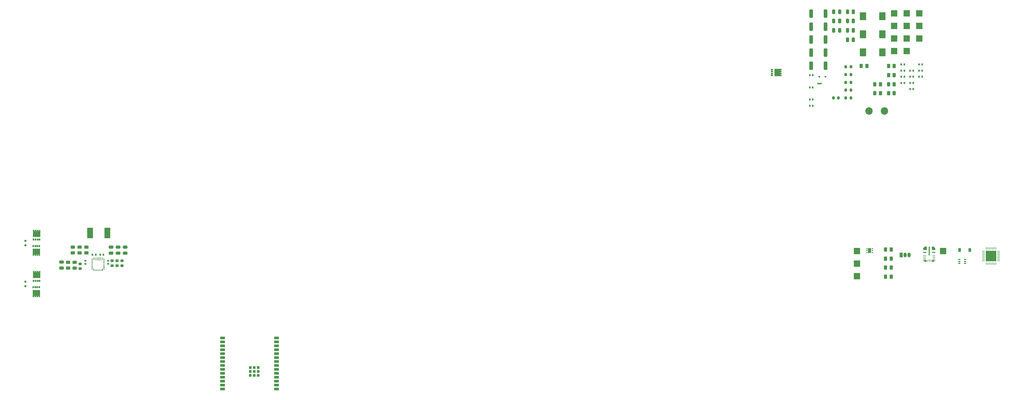
<source format=gbr>
%TF.GenerationSoftware,KiCad,Pcbnew,8.0.6*%
%TF.CreationDate,2025-01-24T16:12:18-05:00*%
%TF.ProjectId,SCAN,5343414e-2e6b-4696-9361-645f70636258,v1.0*%
%TF.SameCoordinates,Original*%
%TF.FileFunction,Copper,L1,Top*%
%TF.FilePolarity,Positive*%
%FSLAX46Y46*%
G04 Gerber Fmt 4.6, Leading zero omitted, Abs format (unit mm)*
G04 Created by KiCad (PCBNEW 8.0.6) date 2025-01-24 16:12:18*
%MOMM*%
%LPD*%
G01*
G04 APERTURE LIST*
G04 Aperture macros list*
%AMRoundRect*
0 Rectangle with rounded corners*
0 $1 Rounding radius*
0 $2 $3 $4 $5 $6 $7 $8 $9 X,Y pos of 4 corners*
0 Add a 4 corners polygon primitive as box body*
4,1,4,$2,$3,$4,$5,$6,$7,$8,$9,$2,$3,0*
0 Add four circle primitives for the rounded corners*
1,1,$1+$1,$2,$3*
1,1,$1+$1,$4,$5*
1,1,$1+$1,$6,$7*
1,1,$1+$1,$8,$9*
0 Add four rect primitives between the rounded corners*
20,1,$1+$1,$2,$3,$4,$5,0*
20,1,$1+$1,$4,$5,$6,$7,0*
20,1,$1+$1,$6,$7,$8,$9,0*
20,1,$1+$1,$8,$9,$2,$3,0*%
%AMFreePoly0*
4,1,17,1.371000,0.720000,0.950000,0.720000,0.950000,0.580000,1.370000,0.580000,1.370000,0.080000,0.950000,0.080000,0.950000,-0.080000,1.370000,-0.080000,1.370000,-0.580000,0.950000,-0.580000,0.950000,-0.720000,1.370000,-0.720000,1.370000,-1.225000,-0.950000,-1.225000,-0.950000,1.225000,1.371000,1.225000,1.371000,0.720000,1.371000,0.720000,$1*%
G04 Aperture macros list end*
%TA.AperFunction,EtchedComponent*%
%ADD10C,0.000000*%
%TD*%
%TA.AperFunction,SMDPad,CuDef*%
%ADD11R,2.000000X2.000000*%
%TD*%
%TA.AperFunction,SMDPad,CuDef*%
%ADD12RoundRect,0.250000X0.475000X-0.250000X0.475000X0.250000X-0.475000X0.250000X-0.475000X-0.250000X0*%
%TD*%
%TA.AperFunction,SMDPad,CuDef*%
%ADD13RoundRect,0.140000X-0.170000X0.140000X-0.170000X-0.140000X0.170000X-0.140000X0.170000X0.140000X0*%
%TD*%
%TA.AperFunction,ComponentPad*%
%ADD14R,1.050000X1.500000*%
%TD*%
%TA.AperFunction,ComponentPad*%
%ADD15O,1.050000X1.500000*%
%TD*%
%TA.AperFunction,SMDPad,CuDef*%
%ADD16RoundRect,0.250000X-0.362500X-1.075000X0.362500X-1.075000X0.362500X1.075000X-0.362500X1.075000X0*%
%TD*%
%TA.AperFunction,SMDPad,CuDef*%
%ADD17RoundRect,0.200000X-0.200000X-0.275000X0.200000X-0.275000X0.200000X0.275000X-0.200000X0.275000X0*%
%TD*%
%TA.AperFunction,SMDPad,CuDef*%
%ADD18RoundRect,0.140000X0.140000X0.170000X-0.140000X0.170000X-0.140000X-0.170000X0.140000X-0.170000X0*%
%TD*%
%TA.AperFunction,SMDPad,CuDef*%
%ADD19RoundRect,0.250000X-0.262500X-0.450000X0.262500X-0.450000X0.262500X0.450000X-0.262500X0.450000X0*%
%TD*%
%TA.AperFunction,SMDPad,CuDef*%
%ADD20R,0.249999X0.249999*%
%TD*%
%TA.AperFunction,SMDPad,CuDef*%
%ADD21R,1.074999X0.399999*%
%TD*%
%TA.AperFunction,SMDPad,CuDef*%
%ADD22R,0.825000X0.249999*%
%TD*%
%TA.AperFunction,SMDPad,CuDef*%
%ADD23R,0.249999X0.675000*%
%TD*%
%TA.AperFunction,SMDPad,CuDef*%
%ADD24R,0.249999X0.825000*%
%TD*%
%TA.AperFunction,SMDPad,CuDef*%
%ADD25R,0.349999X2.975000*%
%TD*%
%TA.AperFunction,SMDPad,CuDef*%
%ADD26RoundRect,0.125000X0.125000X-0.190000X0.125000X0.190000X-0.125000X0.190000X-0.125000X-0.190000X0*%
%TD*%
%TA.AperFunction,SMDPad,CuDef*%
%ADD27FreePoly0,90.000000*%
%TD*%
%TA.AperFunction,SMDPad,CuDef*%
%ADD28RoundRect,0.225000X0.250000X-0.225000X0.250000X0.225000X-0.250000X0.225000X-0.250000X-0.225000X0*%
%TD*%
%TA.AperFunction,SMDPad,CuDef*%
%ADD29RoundRect,0.250000X-0.250000X-0.475000X0.250000X-0.475000X0.250000X0.475000X-0.250000X0.475000X0*%
%TD*%
%TA.AperFunction,SMDPad,CuDef*%
%ADD30RoundRect,0.250000X0.450000X-0.262500X0.450000X0.262500X-0.450000X0.262500X-0.450000X-0.262500X0*%
%TD*%
%TA.AperFunction,SMDPad,CuDef*%
%ADD31RoundRect,0.135000X-0.135000X-0.185000X0.135000X-0.185000X0.135000X0.185000X-0.135000X0.185000X0*%
%TD*%
%TA.AperFunction,SMDPad,CuDef*%
%ADD32R,1.498600X0.889000*%
%TD*%
%TA.AperFunction,SMDPad,CuDef*%
%ADD33R,0.812800X0.812800*%
%TD*%
%TA.AperFunction,SMDPad,CuDef*%
%ADD34RoundRect,0.250000X-0.475000X0.250000X-0.475000X-0.250000X0.475000X-0.250000X0.475000X0.250000X0*%
%TD*%
%TA.AperFunction,SMDPad,CuDef*%
%ADD35RoundRect,0.225000X-0.225000X-0.375000X0.225000X-0.375000X0.225000X0.375000X-0.225000X0.375000X0*%
%TD*%
%TA.AperFunction,SMDPad,CuDef*%
%ADD36RoundRect,0.225000X-0.250000X0.225000X-0.250000X-0.225000X0.250000X-0.225000X0.250000X0.225000X0*%
%TD*%
%TA.AperFunction,SMDPad,CuDef*%
%ADD37RoundRect,0.140000X-0.140000X-0.170000X0.140000X-0.170000X0.140000X0.170000X-0.140000X0.170000X0*%
%TD*%
%TA.AperFunction,SMDPad,CuDef*%
%ADD38RoundRect,0.135000X-0.185000X0.135000X-0.185000X-0.135000X0.185000X-0.135000X0.185000X0.135000X0*%
%TD*%
%TA.AperFunction,SMDPad,CuDef*%
%ADD39RoundRect,0.250000X-0.787500X-1.025000X0.787500X-1.025000X0.787500X1.025000X-0.787500X1.025000X0*%
%TD*%
%TA.AperFunction,ComponentPad*%
%ADD40C,2.400000*%
%TD*%
%TA.AperFunction,SMDPad,CuDef*%
%ADD41R,1.850000X3.400000*%
%TD*%
%TA.AperFunction,SMDPad,CuDef*%
%ADD42C,0.500000*%
%TD*%
%TA.AperFunction,SMDPad,CuDef*%
%ADD43RoundRect,0.250000X-0.450000X0.262500X-0.450000X-0.262500X0.450000X-0.262500X0.450000X0.262500X0*%
%TD*%
%TA.AperFunction,SMDPad,CuDef*%
%ADD44C,0.191587*%
%TD*%
%TA.AperFunction,SMDPad,CuDef*%
%ADD45R,0.599999X0.200000*%
%TD*%
%TA.AperFunction,SMDPad,CuDef*%
%ADD46C,0.157503*%
%TD*%
%TA.AperFunction,SMDPad,CuDef*%
%ADD47R,0.200000X0.599999*%
%TD*%
%TA.AperFunction,SMDPad,CuDef*%
%ADD48C,0.175011*%
%TD*%
%TA.AperFunction,SMDPad,CuDef*%
%ADD49R,0.700001X0.200000*%
%TD*%
%TA.AperFunction,SMDPad,CuDef*%
%ADD50R,0.650001X0.200000*%
%TD*%
%TA.AperFunction,SMDPad,CuDef*%
%ADD51R,0.680001X0.200000*%
%TD*%
%TA.AperFunction,SMDPad,CuDef*%
%ADD52R,0.200000X1.000000*%
%TD*%
%TA.AperFunction,SMDPad,CuDef*%
%ADD53R,0.200000X0.950001*%
%TD*%
%TA.AperFunction,SMDPad,CuDef*%
%ADD54RoundRect,0.150000X-0.200000X0.150000X-0.200000X-0.150000X0.200000X-0.150000X0.200000X0.150000X0*%
%TD*%
%TA.AperFunction,SMDPad,CuDef*%
%ADD55RoundRect,0.062500X-0.337500X-0.062500X0.337500X-0.062500X0.337500X0.062500X-0.337500X0.062500X0*%
%TD*%
%TA.AperFunction,SMDPad,CuDef*%
%ADD56RoundRect,0.062500X-0.062500X-0.337500X0.062500X-0.337500X0.062500X0.337500X-0.062500X0.337500X0*%
%TD*%
%TA.AperFunction,HeatsinkPad*%
%ADD57R,3.350000X3.350000*%
%TD*%
%TA.AperFunction,SMDPad,CuDef*%
%ADD58RoundRect,0.112500X-0.187500X-0.112500X0.187500X-0.112500X0.187500X0.112500X-0.187500X0.112500X0*%
%TD*%
%TA.AperFunction,SMDPad,CuDef*%
%ADD59RoundRect,0.125000X-0.125000X0.190000X-0.125000X-0.190000X0.125000X-0.190000X0.125000X0.190000X0*%
%TD*%
%TA.AperFunction,SMDPad,CuDef*%
%ADD60FreePoly0,270.000000*%
%TD*%
%TA.AperFunction,SMDPad,CuDef*%
%ADD61RoundRect,0.100000X-0.225000X-0.100000X0.225000X-0.100000X0.225000X0.100000X-0.225000X0.100000X0*%
%TD*%
%TA.AperFunction,SMDPad,CuDef*%
%ADD62RoundRect,0.125000X-0.190000X-0.125000X0.190000X-0.125000X0.190000X0.125000X-0.190000X0.125000X0*%
%TD*%
%TA.AperFunction,SMDPad,CuDef*%
%ADD63FreePoly0,0.000000*%
%TD*%
%TA.AperFunction,SMDPad,CuDef*%
%ADD64RoundRect,0.093750X-0.093750X-0.106250X0.093750X-0.106250X0.093750X0.106250X-0.093750X0.106250X0*%
%TD*%
%TA.AperFunction,HeatsinkPad*%
%ADD65R,1.000000X1.600000*%
%TD*%
G04 APERTURE END LIST*
D10*
%TA.AperFunction,EtchedComponent*%
%TO.C,U3*%
G36*
X359250800Y-104950800D02*
G01*
X359250800Y-105950798D01*
X359200800Y-106000798D01*
X358150800Y-106000798D01*
X358100800Y-105950798D01*
X358100800Y-105300799D01*
X358150800Y-105250799D01*
X358400799Y-105250799D01*
X358450799Y-105200799D01*
X358450799Y-104950800D01*
X358500799Y-104900800D01*
X359200800Y-104900800D01*
X359250800Y-104950800D01*
G37*
%TD.AperFunction*%
%TA.AperFunction,EtchedComponent*%
G36*
X359200800Y-109300799D02*
G01*
X359200800Y-109750798D01*
X359150800Y-109800798D01*
X358500799Y-109800798D01*
X358450799Y-109750798D01*
X358450799Y-109500798D01*
X358400799Y-109450798D01*
X358150800Y-109450798D01*
X358100800Y-109400798D01*
X358100800Y-109300799D01*
X358150800Y-109250799D01*
X359150800Y-109250799D01*
X359200800Y-109300799D01*
G37*
%TD.AperFunction*%
%TA.AperFunction,EtchedComponent*%
G36*
X361650803Y-104950800D02*
G01*
X361650803Y-105200799D01*
X361700803Y-105250799D01*
X361950802Y-105250799D01*
X362000802Y-105300799D01*
X362000802Y-105950798D01*
X361950802Y-106000798D01*
X360900802Y-106000798D01*
X360850802Y-105950798D01*
X360850802Y-104950800D01*
X360900802Y-104900800D01*
X361600803Y-104900800D01*
X361650803Y-104950800D01*
G37*
%TD.AperFunction*%
%TA.AperFunction,EtchedComponent*%
G36*
X362000802Y-109300799D02*
G01*
X362000802Y-109400798D01*
X361950802Y-109450798D01*
X361700803Y-109450798D01*
X361650803Y-109500798D01*
X361650803Y-109750798D01*
X361600803Y-109800798D01*
X360950802Y-109800798D01*
X360900802Y-109750798D01*
X360900802Y-109300799D01*
X360950802Y-109250799D01*
X361950802Y-109250799D01*
X362000802Y-109300799D01*
G37*
%TD.AperFunction*%
%TA.AperFunction,EtchedComponent*%
%TO.C,NT1*%
G36*
X325085000Y-52455000D02*
G01*
X324085000Y-52455000D01*
X324085000Y-51955000D01*
X325085000Y-51955000D01*
X325085000Y-52455000D01*
G37*
%TD.AperFunction*%
%TA.AperFunction,EtchedComponent*%
%TO.C,U7*%
G36*
X90050003Y-108450000D02*
G01*
X90050000Y-109050002D01*
X90000000Y-109100004D01*
X89149999Y-109100001D01*
X89100002Y-109050002D01*
X89100002Y-108950002D01*
X89150002Y-108900002D01*
X89850000Y-108900002D01*
X89850000Y-108450000D01*
X89900000Y-108400000D01*
X90000000Y-108400000D01*
X90050003Y-108450000D01*
G37*
%TD.AperFunction*%
%TA.AperFunction,EtchedComponent*%
G36*
X90000000Y-112150000D02*
G01*
X90000000Y-112750002D01*
X89950000Y-112800002D01*
X89850000Y-112800002D01*
X89800000Y-112750002D01*
X89800000Y-112300000D01*
X89150002Y-112300000D01*
X89100002Y-112250000D01*
X89100002Y-112150000D01*
X89149999Y-112100001D01*
X89950000Y-112100001D01*
X90000000Y-112150000D01*
G37*
%TD.AperFunction*%
%TA.AperFunction,EtchedComponent*%
G36*
X92750000Y-108450000D02*
G01*
X92750000Y-108900002D01*
X93449998Y-108900002D01*
X93499998Y-108950002D01*
X93499998Y-109050002D01*
X93450001Y-109100001D01*
X92600000Y-109100004D01*
X92550000Y-109050002D01*
X92549997Y-108450000D01*
X92600000Y-108400000D01*
X92700000Y-108400000D01*
X92750000Y-108450000D01*
G37*
%TD.AperFunction*%
%TA.AperFunction,EtchedComponent*%
G36*
X93450001Y-112100001D02*
G01*
X93499998Y-112150000D01*
X93499998Y-112250000D01*
X93449998Y-112300000D01*
X92800000Y-112300000D01*
X92800000Y-112750002D01*
X92750000Y-112799999D01*
X92650000Y-112800002D01*
X92599997Y-112750002D01*
X92600000Y-112150000D01*
X92650000Y-112099998D01*
X93450001Y-112100001D01*
G37*
%TD.AperFunction*%
%TD*%
D11*
%TO.P,TP14,1,1*%
%TO.N,1.8V_VCCD*%
X336675000Y-114475000D03*
%TD*%
%TO.P,TP6,1,1*%
%TO.N,/Power Management/VAC2*%
X352740000Y-33530000D03*
%TD*%
D12*
%TO.P,C79,1*%
%TO.N,/Power Management/VBUS*%
X79500000Y-111842500D03*
%TO.P,C79,2*%
%TO.N,PGND*%
X79500000Y-109942500D03*
%TD*%
D13*
%TO.P,C32,1*%
%TO.N,/Power Management/BAT*%
X94500000Y-109500000D03*
%TO.P,C32,2*%
%TO.N,PGND*%
X94500000Y-110460000D03*
%TD*%
D11*
%TO.P,TP15,1,1*%
%TO.N,/Power Management/BAT_IN*%
X356790000Y-37580000D03*
%TD*%
%TO.P,TP3,1,1*%
%TO.N,/Power Management/PMID*%
X348690000Y-37580000D03*
%TD*%
D14*
%TO.P,Q1,1,E*%
%TO.N,GND*%
X351025000Y-107605000D03*
D15*
%TO.P,Q1,2,B*%
%TO.N,Net-(Q1-B)*%
X352295000Y-107605000D03*
%TO.P,Q1,3,C*%
%TO.N,Net-(Q1-C)*%
X353565000Y-107605000D03*
%TD*%
D16*
%TO.P,R5,1*%
%TO.N,/Power Management/PMID*%
X321857500Y-29560000D03*
%TO.P,R5,2*%
%TO.N,/Logic Power/POWER_IN*%
X326482500Y-29560000D03*
%TD*%
D17*
%TO.P,R3,1*%
%TO.N,/Power Management/REGN*%
X329055000Y-56810000D03*
%TO.P,R3,2*%
%TO.N,/Power Management/ILIM_HIZ*%
X330705000Y-56810000D03*
%TD*%
D18*
%TO.P,C12,1*%
%TO.N,/Power Management/SYS*%
X92990000Y-107500000D03*
%TO.P,C12,2*%
%TO.N,PGND*%
X92030000Y-107500000D03*
%TD*%
D19*
%TO.P,R57,1*%
%TO.N,3.3V_SYS*%
X345922500Y-111725000D03*
%TO.P,R57,2*%
%TO.N,/CHIP_PU*%
X347747500Y-111725000D03*
%TD*%
D20*
%TO.P,U3,1,PGND2*%
%TO.N,GND*%
X358675800Y-105450801D03*
D21*
%TO.P,U3,2,VIN2*%
%TO.N,/Logic Power/POWER_IN*%
X358637802Y-106800801D03*
D22*
%TO.P,U3,3,RBOOT*%
%TO.N,Net-(U3-CBOOT)*%
X358512801Y-107875800D03*
%TO.P,U3,4,CBOOT*%
X358512801Y-108375799D03*
%TO.P,U3,5,BIAS*%
%TO.N,3.3V_SYS*%
X358512801Y-108875801D03*
D20*
%TO.P,U3,6,VCC*%
%TO.N,Net-(U3-RT)*%
X358650801Y-109525799D03*
D23*
%TO.P,U3,7,FB*%
%TO.N,Net-(U3-FB)*%
X359550802Y-109463801D03*
D24*
%TO.P,U3,8,AGND*%
%TO.N,GND*%
X360050801Y-109388799D03*
D23*
%TO.P,U3,9,RT*%
%TO.N,Net-(U3-RT)*%
X360550800Y-109463801D03*
D20*
%TO.P,U3,10,~{RESET}*%
%TO.N,Net-(U3-~{RESET})*%
X361450801Y-109525799D03*
D22*
%TO.P,U3,11,SPSP*%
%TO.N,Net-(U3-RT)*%
X361588801Y-108875801D03*
%TO.P,U3,12,SYNC/MODE*%
%TO.N,GND*%
X361588801Y-108375799D03*
%TO.P,U3,13,EN*%
%TO.N,/Logic Power/POWER_IN*%
X361588801Y-107875800D03*
D21*
%TO.P,U3,14,VIN1*%
X361463800Y-106800801D03*
D20*
%TO.P,U3,15,PGND1*%
%TO.N,GND*%
X361425802Y-105450801D03*
D25*
%TO.P,U3,16,SW*%
%TO.N,Net-(U3-SW)*%
X360050801Y-106387800D03*
%TD*%
D26*
%TO.P,Q8,1,S*%
%TO.N,Net-(D1-A)*%
X70420000Y-115995000D03*
%TO.P,Q8,2,S*%
X71060000Y-115995000D03*
%TO.P,Q8,3,S*%
X71720000Y-115995000D03*
%TO.P,Q8,4,G*%
%TO.N,Net-(D1-K)*%
X72360000Y-115995000D03*
D27*
%TO.P,Q8,5,D*%
%TO.N,/Power Management/VAC2*%
X71390000Y-114170000D03*
%TD*%
D26*
%TO.P,Q2,1,S*%
%TO.N,Net-(D12-A)*%
X70420000Y-102635000D03*
%TO.P,Q2,2,S*%
X71060000Y-102635000D03*
%TO.P,Q2,3,S*%
X71720000Y-102635000D03*
%TO.P,Q2,4,G*%
%TO.N,Net-(D12-K)*%
X72360000Y-102635000D03*
D27*
%TO.P,Q2,5,D*%
%TO.N,/Power Management/VAC1*%
X71390000Y-100810000D03*
%TD*%
D28*
%TO.P,C5,1*%
%TO.N,/Power Management/REGN*%
X85500000Y-112050000D03*
%TO.P,C5,2*%
%TO.N,PGND*%
X85500000Y-110500000D03*
%TD*%
D29*
%TO.P,C7,1*%
%TO.N,/Power Management/PMID*%
X329150000Y-28960000D03*
%TO.P,C7,2*%
%TO.N,PGND*%
X331050000Y-28960000D03*
%TD*%
%TO.P,C16,1*%
%TO.N,/Power Management/SYS*%
X333600000Y-28960000D03*
%TO.P,C16,2*%
%TO.N,PGND*%
X335500000Y-28960000D03*
%TD*%
D11*
%TO.P,TP9,1,1*%
%TO.N,/CHGR_VOUT*%
X352740000Y-41630000D03*
%TD*%
D30*
%TO.P,C81,1*%
%TO.N,/Power Management/VBUS*%
X83656666Y-111825000D03*
%TO.P,C81,2*%
%TO.N,PGND*%
X83656666Y-110000000D03*
%TD*%
D16*
%TO.P,R12,1*%
%TO.N,/Power Management/PV_IN*%
X321857500Y-33770000D03*
%TO.P,R12,2*%
%TO.N,/Power Management/VAC2*%
X326482500Y-33770000D03*
%TD*%
D19*
%TO.P,R56,1*%
%TO.N,3.3V_SYS*%
X345922500Y-108775000D03*
%TO.P,R56,2*%
%TO.N,/I2C_SCL*%
X347747500Y-108775000D03*
%TD*%
D31*
%TO.P,C22,1*%
%TO.N,/Power Management/ACDRV2*%
X350950000Y-51970000D03*
%TO.P,C22,2*%
%TO.N,AGND*%
X351970000Y-51970000D03*
%TD*%
D11*
%TO.P,TP1,1,1*%
%TO.N,/VDC*%
X348690000Y-29480000D03*
%TD*%
D32*
%TO.P,U1,1,GND*%
%TO.N,GND*%
X149000000Y-151000000D03*
%TO.P,U1,2,3V3*%
%TO.N,3.3V_SYS*%
X149000000Y-149730000D03*
%TO.P,U1,3,EN*%
%TO.N,/CHIP_PU*%
X149000000Y-148460000D03*
%TO.P,U1,4,GPIO4*%
%TO.N,/PD_GPIO*%
X149000000Y-147190000D03*
%TO.P,U1,5,GPIO5*%
%TO.N,/PD_INT*%
X149000000Y-145920000D03*
%TO.P,U1,6,GPIO6*%
%TO.N,AGND*%
X149000000Y-144650000D03*
%TO.P,U1,7,GPIO7*%
%TO.N,/SPI_MOSI*%
X149000000Y-143380000D03*
%TO.P,U1,8,GPIO0*%
%TO.N,/I2C_SCL*%
X149000000Y-142110000D03*
%TO.P,U1,9,GPIO1*%
%TO.N,/I2C_SDA*%
X149000000Y-140840000D03*
%TO.P,U1,10,GPIO8*%
%TO.N,/RST*%
X149000000Y-139570000D03*
%TO.P,U1,11,GPIO10*%
%TO.N,/SPI_CLK*%
X149000000Y-138300000D03*
%TO.P,U1,12,GPIO11*%
%TO.N,/BUZZER_PWM*%
X149000000Y-137030000D03*
%TO.P,U1,13,GPIO12*%
%TO.N,/UART_TXD*%
X149000000Y-135760000D03*
%TO.P,U1,14,GPIO13*%
%TO.N,/UART_RXD*%
X149000000Y-134490000D03*
%TO.P,U1,15,GPIO9*%
%TO.N,/BOOT*%
X131500000Y-134490000D03*
%TO.P,U1,16,GPIO18*%
%TO.N,/TFT_CS*%
X131500000Y-135760000D03*
%TO.P,U1,17,GPIO19*%
%TO.N,/NFC_INT*%
X131500000Y-137030000D03*
%TO.P,U1,18,GPIO20*%
%TO.N,/PN532_CS*%
X131500000Y-138300000D03*
%TO.P,U1,19,GPIO21*%
%TO.N,/LED_RED*%
X131500000Y-139570000D03*
%TO.P,U1,20,GPIO22*%
%TO.N,/LED_GREEN*%
X131500000Y-140840000D03*
%TO.P,U1,21,GPIO23*%
%TO.N,/PIR_OUT*%
X131500000Y-142110000D03*
%TO.P,U1,22,NC*%
%TO.N,unconnected-(U1-NC-Pad22)*%
X131500000Y-143380000D03*
%TO.P,U1,23,GPIO15*%
%TO.N,/TFT_DC*%
X131500000Y-144650000D03*
%TO.P,U1,24,GPIO17*%
%TO.N,/BLK*%
X131500000Y-145920000D03*
%TO.P,U1,25,GPIO16*%
%TO.N,/GPIO16_BREAKOUT*%
X131500000Y-147190000D03*
%TO.P,U1,26,GPIO3*%
%TO.N,/KEYPAD_INT*%
X131500000Y-148460000D03*
%TO.P,U1,27,GPIO2*%
%TO.N,/SPI_MISO*%
X131500000Y-149730000D03*
%TO.P,U1,28*%
%TO.N,N/C*%
X131500000Y-151000000D03*
D33*
%TO.P,U1,29*%
X141755000Y-145280000D03*
%TO.P,U1,30*%
X143005000Y-146530000D03*
%TO.P,U1,31*%
X143005000Y-145280000D03*
%TO.P,U1,32*%
X143005000Y-144030000D03*
%TO.P,U1,33*%
X141755000Y-144030000D03*
%TO.P,U1,34*%
X140505000Y-144030000D03*
%TO.P,U1,35*%
X140505000Y-145280000D03*
%TO.P,U1,36*%
X140505000Y-146530000D03*
%TO.P,U1,37*%
X141755000Y-146530000D03*
%TD*%
D11*
%TO.P,TP8,1,1*%
%TO.N,/Logic Power/POWER_IN*%
X364575000Y-106375000D03*
%TD*%
D31*
%TO.P,R10,1*%
%TO.N,/Power Management/REGN*%
X353860000Y-53960000D03*
%TO.P,R10,2*%
%TO.N,/Power Management/TS*%
X354880000Y-53960000D03*
%TD*%
%TO.P,R60,1*%
%TO.N,Net-(D12-A)*%
X356770000Y-49980000D03*
%TO.P,R60,2*%
%TO.N,Net-(D12-K)*%
X357790000Y-49980000D03*
%TD*%
D34*
%TO.P,C13,1*%
%TO.N,/Power Management/SYS*%
X95500000Y-105100000D03*
%TO.P,C13,2*%
%TO.N,PGND*%
X95500000Y-107000000D03*
%TD*%
D31*
%TO.P,R13,1*%
%TO.N,Net-(D1-A)*%
X356770000Y-46000000D03*
%TO.P,R13,2*%
%TO.N,Net-(D1-K)*%
X357790000Y-46000000D03*
%TD*%
%TO.P,C87,1*%
%TO.N,/Power Management/VAC1*%
X353860000Y-49980000D03*
%TO.P,C87,2*%
%TO.N,AGND*%
X354880000Y-49980000D03*
%TD*%
D35*
%TO.P,D8,1,K*%
%TO.N,/RST*%
X369870000Y-106025000D03*
%TO.P,D8,2,A*%
%TO.N,3.3V_SYS*%
X373170000Y-106025000D03*
%TD*%
D19*
%TO.P,C84,1*%
%TO.N,/VDC*%
X342477500Y-52380000D03*
%TO.P,C84,2*%
%TO.N,PGND*%
X344302500Y-52380000D03*
%TD*%
D11*
%TO.P,TP12,1,1*%
%TO.N,/VDC*%
X336675000Y-110425000D03*
%TD*%
D16*
%TO.P,R16,1*%
%TO.N,/Power Management/SYS*%
X321857500Y-37980000D03*
%TO.P,R16,2*%
%TO.N,/CHGR_VOUT*%
X326482500Y-37980000D03*
%TD*%
D11*
%TO.P,TP7,1,1*%
%TO.N,/Power Management/SYS*%
X352740000Y-37580000D03*
%TD*%
D36*
%TO.P,C26,1*%
%TO.N,/Power Management/BAT*%
X97410000Y-109500000D03*
%TO.P,C26,2*%
%TO.N,PGND*%
X97410000Y-111050000D03*
%TD*%
D19*
%TO.P,R62,1*%
%TO.N,3.3V_SYS*%
X346887500Y-52380000D03*
%TO.P,R62,2*%
%TO.N,AGND*%
X348712500Y-52380000D03*
%TD*%
D37*
%TO.P,C34,1*%
%TO.N,/Power Management/BATP*%
X321420000Y-57370000D03*
%TO.P,C34,2*%
%TO.N,PGND*%
X322380000Y-57370000D03*
%TD*%
D11*
%TO.P,TP2,1,1*%
%TO.N,/Power Management/VAC1*%
X348690000Y-33530000D03*
%TD*%
D29*
%TO.P,C8,1*%
%TO.N,/Power Management/PMID*%
X329150000Y-31970000D03*
%TO.P,C8,2*%
%TO.N,PGND*%
X331050000Y-31970000D03*
%TD*%
D16*
%TO.P,R59,1*%
%TO.N,/VDC*%
X321857500Y-46400000D03*
%TO.P,R59,2*%
%TO.N,/Power Management/VAC1*%
X326482500Y-46400000D03*
%TD*%
D19*
%TO.P,R25,1*%
%TO.N,3.3V_SYS*%
X345922500Y-105825000D03*
%TO.P,R25,2*%
%TO.N,/I2C_SDA*%
X347747500Y-105825000D03*
%TD*%
D11*
%TO.P,TP5,1,1*%
%TO.N,/Power Management/PV_IN*%
X352740000Y-29480000D03*
%TD*%
D38*
%TO.P,C82,1*%
%TO.N,/Power Management/VBUS*%
X87147500Y-109480000D03*
%TO.P,C82,2*%
%TO.N,PGND*%
X87147500Y-110500000D03*
%TD*%
D11*
%TO.P,TP11,1,1*%
%TO.N,/SAFE_PWR*%
X336675000Y-106375000D03*
%TD*%
D16*
%TO.P,R17,1*%
%TO.N,Net-(Q10-D)*%
X321857500Y-42190000D03*
%TO.P,R17,2*%
%TO.N,/Power Management/BAT_IN*%
X326482500Y-42190000D03*
%TD*%
D11*
%TO.P,TP13,1,1*%
%TO.N,/Power Management/REGN*%
X356790000Y-33530000D03*
%TD*%
D39*
%TO.P,C19,1*%
%TO.N,/Power Management/SYS*%
X338632500Y-42080000D03*
%TO.P,C19,2*%
%TO.N,PGND*%
X344857500Y-42080000D03*
%TD*%
D29*
%TO.P,C18,1*%
%TO.N,/Power Management/SYS*%
X333600000Y-34980000D03*
%TO.P,C18,2*%
%TO.N,PGND*%
X335500000Y-34980000D03*
%TD*%
D40*
%TO.P,TH1,1*%
%TO.N,/Power Management/TS*%
X340550000Y-61080000D03*
%TO.P,TH1,2*%
%TO.N,AGND*%
X345550000Y-61080000D03*
%TD*%
D39*
%TO.P,C4,1*%
%TO.N,/Power Management/PMID*%
X338632500Y-36230000D03*
%TO.P,C4,2*%
%TO.N,PGND*%
X344857500Y-36230000D03*
%TD*%
D29*
%TO.P,C17,1*%
%TO.N,/Power Management/SYS*%
X333600000Y-31970000D03*
%TO.P,C17,2*%
%TO.N,PGND*%
X335500000Y-31970000D03*
%TD*%
D31*
%TO.P,R30,1*%
%TO.N,/Power Management/TS*%
X356770000Y-47990000D03*
%TO.P,R30,2*%
%TO.N,AGND*%
X357790000Y-47990000D03*
%TD*%
D41*
%TO.P,L1,1,1*%
%TO.N,/Power Management/SW1*%
X88725000Y-100500000D03*
%TO.P,L1,2,2*%
%TO.N,/Power Management/SW2*%
X94275000Y-100500000D03*
%TD*%
D42*
%TO.P,NT1,1,1*%
%TO.N,PGND*%
X324085000Y-52205000D03*
%TO.P,NT1,2,2*%
%TO.N,AGND*%
X325085000Y-52205000D03*
%TD*%
D43*
%TO.P,C33,1*%
%TO.N,/Power Management/PMID*%
X83100000Y-105117500D03*
%TO.P,C33,2*%
%TO.N,PGND*%
X83100000Y-106942500D03*
%TD*%
D19*
%TO.P,C10,1*%
%TO.N,/Power Management/PV_IN*%
X338067500Y-46480000D03*
%TO.P,C10,2*%
%TO.N,PGND*%
X339892500Y-46480000D03*
%TD*%
D44*
%TO.P,U7,1,STAT*%
%TO.N,/Power Management/STAT*%
X89931255Y-108968752D03*
D45*
%TO.P,U7,2,VBUS*%
%TO.N,/Power Management/VBUS*%
X89400001Y-109400001D03*
%TO.P,U7,3,VBUS*%
X89400001Y-109800000D03*
%TO.P,U7,4,BTST1*%
%TO.N,/Power Management/BTST1*%
X89400001Y-110200002D03*
%TO.P,U7,5,REGN*%
%TO.N,/Power Management/REGN*%
X89400001Y-110600001D03*
%TO.P,U7,6,D+*%
%TO.N,unconnected-(U7-D+-Pad6)*%
X89400001Y-111000000D03*
%TO.P,U7,7,D-*%
%TO.N,unconnected-(U7-D--Pad7)*%
X89400001Y-111400002D03*
%TO.P,U7,8,VAC2*%
%TO.N,/Power Management/VAC2*%
X89400001Y-111800001D03*
D46*
%TO.P,U7,9,VAC1*%
%TO.N,/Power Management/VAC1*%
X89887501Y-112362502D03*
D47*
%TO.P,U7,10,ACDRV2*%
%TO.N,/Power Management/ACDRV2*%
X90299999Y-112500000D03*
%TO.P,U7,11,ACDRV1*%
%TO.N,/Power Management/ACDRV1*%
X90700001Y-112500000D03*
%TO.P,U7,12,QON_N*%
%TO.N,unconnected-(U7-QON_N-Pad12)*%
X91100000Y-112500000D03*
%TO.P,U7,13,CE_N*%
%TO.N,AGND*%
X91500000Y-112500000D03*
%TO.P,U7,14,SCL*%
%TO.N,/I2C_SCL*%
X91899999Y-112500000D03*
%TO.P,U7,15,SDA*%
%TO.N,/I2C_SDA*%
X92300001Y-112500000D03*
D48*
%TO.P,U7,16,TS*%
%TO.N,/Power Management/TS*%
X92731249Y-112231250D03*
D49*
%TO.P,U7,17,ILIM_HIZ*%
%TO.N,/Power Management/ILIM_HIZ*%
X93149999Y-111800001D03*
D50*
%TO.P,U7,18,BATP*%
%TO.N,/Power Management/BATP*%
X93175000Y-111399999D03*
D51*
%TO.P,U7,19,BTST2*%
%TO.N,/Power Management/BTST2*%
X93159999Y-111000000D03*
D45*
%TO.P,U7,20,PROG*%
%TO.N,/Power Management/PROG*%
X93199999Y-110600001D03*
%TO.P,U7,21,INT_N*%
%TO.N,AGND*%
X93199999Y-110200002D03*
%TO.P,U7,22,BAT*%
%TO.N,/Power Management/BAT*%
X93199999Y-109800000D03*
%TO.P,U7,23,BAT*%
X93199999Y-109400001D03*
D48*
%TO.P,U7,24,SDRV*%
%TO.N,/Power Management/SDRV*%
X92681249Y-108968752D03*
D52*
%TO.P,U7,25,SYS*%
%TO.N,/Power Management/SYS*%
X92200001Y-108900002D03*
%TO.P,U7,26,SW2*%
%TO.N,/Power Management/SW2*%
X91749999Y-108900002D03*
%TO.P,U7,27,GND*%
%TO.N,PGND*%
X91300000Y-108900002D03*
%TO.P,U7,28,SW1*%
%TO.N,/Power Management/SW1*%
X90850001Y-108900002D03*
D53*
%TO.P,U7,29,PMID*%
%TO.N,/Power Management/PMID*%
X90399999Y-108875001D03*
%TD*%
D19*
%TO.P,R24,1*%
%TO.N,/VDC*%
X346887500Y-49430000D03*
%TO.P,R24,2*%
%TO.N,Net-(C83-Pad1)*%
X348712500Y-49430000D03*
%TD*%
D17*
%TO.P,R4,1*%
%TO.N,/Power Management/ILIM_HIZ*%
X333065000Y-46770000D03*
%TO.P,R4,2*%
%TO.N,AGND*%
X334715000Y-46770000D03*
%TD*%
D54*
%TO.P,D12,1,K*%
%TO.N,Net-(D12-K)*%
X67800000Y-104450000D03*
%TO.P,D12,2,A*%
%TO.N,Net-(D12-A)*%
X67800000Y-103050000D03*
%TD*%
D31*
%TO.P,C11,1*%
%TO.N,Net-(D1-A)*%
X350950000Y-46000000D03*
%TO.P,C11,2*%
%TO.N,Net-(D1-K)*%
X351970000Y-46000000D03*
%TD*%
D29*
%TO.P,C9,1*%
%TO.N,Net-(C9-Pad1)*%
X329150000Y-34980000D03*
%TO.P,C9,2*%
%TO.N,PGND*%
X331050000Y-34980000D03*
%TD*%
D31*
%TO.P,C21,1*%
%TO.N,/Power Management/VAC2*%
X350950000Y-49980000D03*
%TO.P,C21,2*%
%TO.N,AGND*%
X351970000Y-49980000D03*
%TD*%
D36*
%TO.P,C29,1*%
%TO.N,/Power Management/BAT*%
X99000000Y-109500000D03*
%TO.P,C29,2*%
%TO.N,PGND*%
X99000000Y-111050000D03*
%TD*%
D29*
%TO.P,C78,1*%
%TO.N,/Power Management/VBUS*%
X333600000Y-37990000D03*
%TO.P,C78,2*%
%TO.N,PGND*%
X335500000Y-37990000D03*
%TD*%
D17*
%TO.P,R9,1*%
%TO.N,/Power Management/BATP*%
X333065000Y-51790000D03*
%TO.P,R9,2*%
%TO.N,Net-(Q10-D)*%
X334715000Y-51790000D03*
%TD*%
D11*
%TO.P,TP10,1,1*%
%TO.N,Net-(Q10-D)*%
X356790000Y-29480000D03*
%TD*%
D55*
%TO.P,U10,1,~{DCD}*%
%TO.N,unconnected-(U10-~{DCD}-Pad1)*%
X377565000Y-106475000D03*
%TO.P,U10,2,~{RI}/CLK*%
%TO.N,unconnected-(U10-~{RI}{slash}CLK-Pad2)*%
X377565000Y-106975000D03*
%TO.P,U10,3,GND*%
%TO.N,GND*%
X377565000Y-107475000D03*
%TO.P,U10,4,D+*%
%TO.N,/USB_D+*%
X377565000Y-107975000D03*
%TO.P,U10,5,D-*%
%TO.N,/USB_D-*%
X377565000Y-108475000D03*
%TO.P,U10,6,VDD*%
%TO.N,3.3V_SYS*%
X377565000Y-108975000D03*
%TO.P,U10,7,VREGIN*%
X377565000Y-109475000D03*
D56*
%TO.P,U10,8,VBUS*%
X378515000Y-110425000D03*
%TO.P,U10,9,~{RST}*%
%TO.N,Net-(U10-~{RST})*%
X379015000Y-110425000D03*
%TO.P,U10,10,NC*%
%TO.N,unconnected-(U10-NC-Pad10)*%
X379515000Y-110425000D03*
%TO.P,U10,11,~{SUSPEND}*%
%TO.N,Net-(U10-~{SUSPEND})*%
X380015000Y-110425000D03*
%TO.P,U10,12,SUSPEND*%
%TO.N,unconnected-(U10-SUSPEND-Pad12)*%
X380515000Y-110425000D03*
%TO.P,U10,13,CHREN*%
%TO.N,unconnected-(U10-CHREN-Pad13)*%
X381015000Y-110425000D03*
%TO.P,U10,14,CHR1*%
%TO.N,unconnected-(U10-CHR1-Pad14)*%
X381515000Y-110425000D03*
D55*
%TO.P,U10,15,CHR0*%
%TO.N,unconnected-(U10-CHR0-Pad15)*%
X382465000Y-109475000D03*
%TO.P,U10,16,~{WAKEUP}/GPIO.3*%
%TO.N,unconnected-(U10-~{WAKEUP}{slash}GPIO.3-Pad16)*%
X382465000Y-108975000D03*
%TO.P,U10,17,RS485/GPIO.2*%
%TO.N,unconnected-(U10-RS485{slash}GPIO.2-Pad17)*%
X382465000Y-108475000D03*
%TO.P,U10,18,~{RXT}/GPIO.1*%
%TO.N,unconnected-(U10-~{RXT}{slash}GPIO.1-Pad18)*%
X382465000Y-107975000D03*
%TO.P,U10,19,~{TXT}/GPIO.0*%
%TO.N,unconnected-(U10-~{TXT}{slash}GPIO.0-Pad19)*%
X382465000Y-107475000D03*
%TO.P,U10,20,GPIO.6*%
%TO.N,unconnected-(U10-GPIO.6-Pad20)*%
X382465000Y-106975000D03*
%TO.P,U10,21,GPIO.5*%
%TO.N,unconnected-(U10-GPIO.5-Pad21)*%
X382465000Y-106475000D03*
D56*
%TO.P,U10,22,GPIO.4*%
%TO.N,unconnected-(U10-GPIO.4-Pad22)*%
X381515000Y-105525000D03*
%TO.P,U10,23,~{CTS}*%
%TO.N,unconnected-(U10-~{CTS}-Pad23)*%
X381015000Y-105525000D03*
%TO.P,U10,24,~{RTS}*%
%TO.N,/Auto Download/RTS*%
X380515000Y-105525000D03*
%TO.P,U10,25,RXD*%
%TO.N,Net-(U10-RXD)*%
X380015000Y-105525000D03*
%TO.P,U10,26,TXD*%
%TO.N,Net-(U10-TXD)*%
X379515000Y-105525000D03*
%TO.P,U10,27,~{DSR}*%
%TO.N,unconnected-(U10-~{DSR}-Pad27)*%
X379015000Y-105525000D03*
%TO.P,U10,28,~{DTR}*%
%TO.N,/Auto Download/DTR*%
X378515000Y-105525000D03*
D57*
%TO.P,U10,29,GND*%
%TO.N,GND*%
X380015000Y-107975000D03*
%TD*%
D58*
%TO.P,D13,1,K*%
%TO.N,/Power Management/VBUS*%
X324455000Y-49980000D03*
%TO.P,D13,2,A*%
X326555000Y-49980000D03*
%TD*%
D36*
%TO.P,C23,1*%
%TO.N,/Power Management/BAT*%
X95820000Y-109500000D03*
%TO.P,C23,2*%
%TO.N,PGND*%
X95820000Y-111050000D03*
%TD*%
D43*
%TO.P,C30,1*%
%TO.N,/Power Management/PMID*%
X87500000Y-105117500D03*
%TO.P,C30,2*%
%TO.N,PGND*%
X87500000Y-106942500D03*
%TD*%
D37*
%TO.P,C83,1*%
%TO.N,Net-(C83-Pad1)*%
X321420000Y-59340000D03*
%TO.P,C83,2*%
%TO.N,PGND*%
X322380000Y-59340000D03*
%TD*%
D59*
%TO.P,Q7,1,S*%
%TO.N,Net-(D12-A)*%
X72265000Y-104700000D03*
%TO.P,Q7,2,S*%
X71625000Y-104700000D03*
%TO.P,Q7,3,S*%
X70965000Y-104700000D03*
%TO.P,Q7,4,G*%
%TO.N,Net-(D12-K)*%
X70325000Y-104700000D03*
D60*
%TO.P,Q7,5,D*%
%TO.N,/Power Management/VBUS*%
X71295000Y-106525000D03*
%TD*%
D43*
%TO.P,C31,1*%
%TO.N,/Power Management/PMID*%
X85300000Y-105117500D03*
%TO.P,C31,2*%
%TO.N,PGND*%
X85300000Y-106942500D03*
%TD*%
D37*
%TO.P,C27,1*%
%TO.N,/Power Management/BTST2*%
X321420000Y-53430000D03*
%TO.P,C27,2*%
%TO.N,/Power Management/SW2*%
X322380000Y-53430000D03*
%TD*%
D34*
%TO.P,C15,1*%
%TO.N,/Power Management/SYS*%
X100000000Y-105100000D03*
%TO.P,C15,2*%
%TO.N,PGND*%
X100000000Y-107000000D03*
%TD*%
D39*
%TO.P,C3,1*%
%TO.N,/Power Management/PMID*%
X338632500Y-30380000D03*
%TO.P,C3,2*%
%TO.N,PGND*%
X344857500Y-30380000D03*
%TD*%
D31*
%TO.P,C28,1*%
%TO.N,/Power Management/PMID*%
X89490000Y-107500000D03*
%TO.P,C28,2*%
%TO.N,PGND*%
X90510000Y-107500000D03*
%TD*%
D30*
%TO.P,C80,1*%
%TO.N,/Power Management/VBUS*%
X81593333Y-111825000D03*
%TO.P,C80,2*%
%TO.N,PGND*%
X81593333Y-110000000D03*
%TD*%
D54*
%TO.P,D1,1,K*%
%TO.N,Net-(D1-K)*%
X67800000Y-117670000D03*
%TO.P,D1,2,A*%
%TO.N,Net-(D1-A)*%
X67800000Y-116270000D03*
%TD*%
D34*
%TO.P,C14,1*%
%TO.N,/Power Management/SYS*%
X97750000Y-105100000D03*
%TO.P,C14,2*%
%TO.N,PGND*%
X97750000Y-107000000D03*
%TD*%
D17*
%TO.P,R7,1*%
%TO.N,AGND*%
X333065000Y-49280000D03*
%TO.P,R7,2*%
%TO.N,/Power Management/PROG*%
X334715000Y-49280000D03*
%TD*%
D37*
%TO.P,C6,1*%
%TO.N,/Power Management/BTST1*%
X321420000Y-49490000D03*
%TO.P,C6,2*%
%TO.N,/Power Management/SW1*%
X322380000Y-49490000D03*
%TD*%
D17*
%TO.P,R15,1*%
%TO.N,Net-(D1-K)*%
X333065000Y-54300000D03*
%TO.P,R15,2*%
%TO.N,/Power Management/ACDRV2*%
X334715000Y-54300000D03*
%TD*%
D61*
%TO.P,Q5,1,E1*%
%TO.N,/Auto Download/DTR*%
X369775000Y-109050000D03*
%TO.P,Q5,2,B1*%
%TO.N,Net-(Q5A-B1)*%
X369775000Y-109700000D03*
%TO.P,Q5,3,C2*%
%TO.N,Net-(Q5B-C2)*%
X369775000Y-110350000D03*
%TO.P,Q5,4,E2*%
%TO.N,/Auto Download/RTS*%
X371675000Y-110350000D03*
%TO.P,Q5,5,B2*%
%TO.N,Net-(Q5B-B2)*%
X371675000Y-109700000D03*
%TO.P,Q5,6,C1*%
%TO.N,Net-(Q5A-C1)*%
X371675000Y-109050000D03*
%TD*%
D59*
%TO.P,Q9,1,S*%
%TO.N,Net-(D1-A)*%
X72265000Y-118060000D03*
%TO.P,Q9,2,S*%
X71625000Y-118060000D03*
%TO.P,Q9,3,S*%
X70965000Y-118060000D03*
%TO.P,Q9,4,G*%
%TO.N,Net-(D1-K)*%
X70325000Y-118060000D03*
D60*
%TO.P,Q9,5,D*%
%TO.N,/Power Management/VBUS*%
X71295000Y-119885000D03*
%TD*%
D31*
%TO.P,C20,1*%
%TO.N,/Power Management/ACDRV1*%
X350950000Y-47990000D03*
%TO.P,C20,2*%
%TO.N,AGND*%
X351970000Y-47990000D03*
%TD*%
D19*
%TO.P,R14,1*%
%TO.N,/Power Management/VAC2*%
X346887500Y-46480000D03*
%TO.P,R14,2*%
%TO.N,/Power Management/VBUS*%
X348712500Y-46480000D03*
%TD*%
%TO.P,R63,1*%
%TO.N,/Power Management/VAC1*%
X346887500Y-55330000D03*
%TO.P,R63,2*%
%TO.N,/Power Management/VBUS*%
X348712500Y-55330000D03*
%TD*%
D11*
%TO.P,TP4,1,1*%
%TO.N,/Logic Power/POWER_IN*%
X348690000Y-41630000D03*
%TD*%
D19*
%TO.P,R61,1*%
%TO.N,3.3V_SYS*%
X345922500Y-114675000D03*
%TO.P,R61,2*%
%TO.N,/KEYPAD_INT*%
X347747500Y-114675000D03*
%TD*%
D62*
%TO.P,Q10,1,S*%
%TO.N,/Power Management/BAT*%
X309150000Y-47640000D03*
%TO.P,Q10,2,S*%
X309150000Y-48280000D03*
%TO.P,Q10,3,S*%
X309150000Y-48940000D03*
%TO.P,Q10,4,G*%
%TO.N,/Power Management/SDRV*%
X309150000Y-49580000D03*
D63*
%TO.P,Q10,5,D*%
%TO.N,Net-(Q10-D)*%
X310975000Y-48610000D03*
%TD*%
D31*
%TO.P,C85,1*%
%TO.N,Net-(D12-A)*%
X353860000Y-47990000D03*
%TO.P,C85,2*%
%TO.N,Net-(D12-K)*%
X354880000Y-47990000D03*
%TD*%
%TO.P,R8,1*%
%TO.N,/Power Management/REGN*%
X353860000Y-51970000D03*
%TO.P,R8,2*%
%TO.N,Net-(D4-A)*%
X354880000Y-51970000D03*
%TD*%
D17*
%TO.P,R64,1*%
%TO.N,Net-(D12-K)*%
X333065000Y-56810000D03*
%TO.P,R64,2*%
%TO.N,/Power Management/ACDRV1*%
X334715000Y-56810000D03*
%TD*%
D64*
%TO.P,U11,1,GND*%
%TO.N,GND*%
X339892500Y-105550000D03*
%TO.P,U11,2,GND*%
X339892500Y-106200000D03*
%TO.P,U11,3,GND*%
X339892500Y-106850000D03*
%TO.P,U11,4,IN*%
%TO.N,/USB_VBUS*%
X341667500Y-106850000D03*
%TO.P,U11,5,IN*%
X341667500Y-106200000D03*
%TO.P,U11,6,IN*%
X341667500Y-105550000D03*
D65*
%TO.P,U11,7,GND*%
%TO.N,GND*%
X340780000Y-106200000D03*
%TD*%
D19*
%TO.P,R11,1*%
%TO.N,/Power Management/PV_IN*%
X342477500Y-55330000D03*
%TO.P,R11,2*%
%TO.N,Net-(C9-Pad1)*%
X344302500Y-55330000D03*
%TD*%
M02*

</source>
